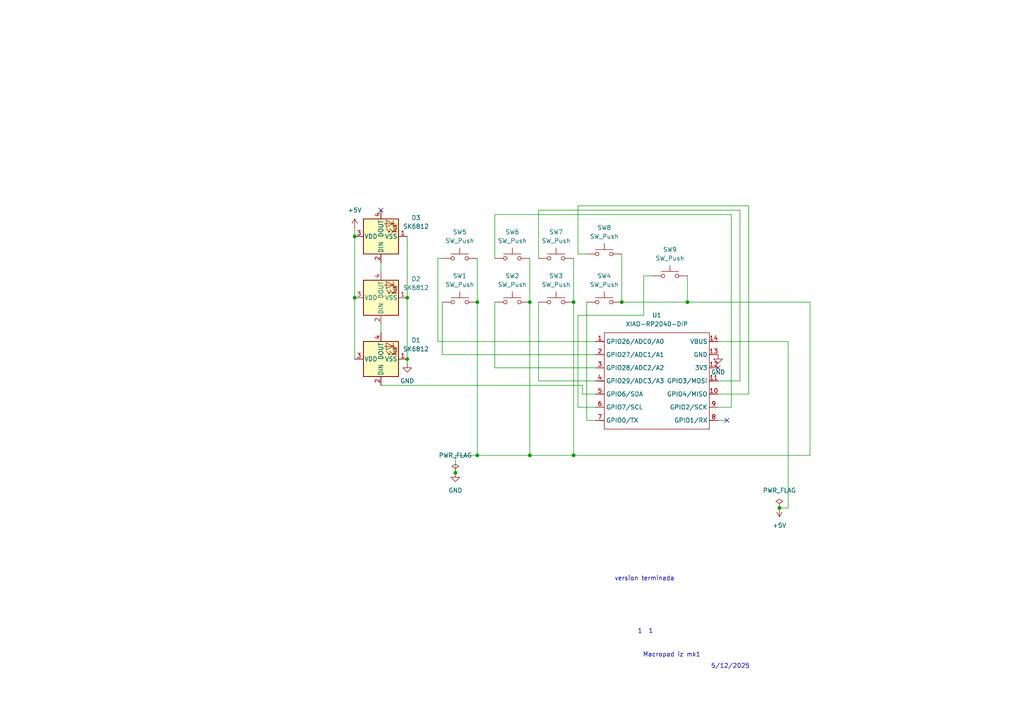
<source format=kicad_sch>
(kicad_sch
	(version 20250114)
	(generator "eeschema")
	(generator_version "9.0")
	(uuid "e1312eb6-c5ae-4607-b65e-eda0c1575716")
	(paper "A4")
	(lib_symbols
		(symbol "LED:SK6812"
			(pin_names
				(offset 0.254)
			)
			(exclude_from_sim no)
			(in_bom yes)
			(on_board yes)
			(property "Reference" "D"
				(at 5.08 5.715 0)
				(effects
					(font
						(size 1.27 1.27)
					)
					(justify right bottom)
				)
			)
			(property "Value" "SK6812"
				(at 1.27 -5.715 0)
				(effects
					(font
						(size 1.27 1.27)
					)
					(justify left top)
				)
			)
			(property "Footprint" "LED_SMD:LED_SK6812_PLCC4_5.0x5.0mm_P3.2mm"
				(at 1.27 -7.62 0)
				(effects
					(font
						(size 1.27 1.27)
					)
					(justify left top)
					(hide yes)
				)
			)
			(property "Datasheet" "https://cdn-shop.adafruit.com/product-files/1138/SK6812+LED+datasheet+.pdf"
				(at 2.54 -9.525 0)
				(effects
					(font
						(size 1.27 1.27)
					)
					(justify left top)
					(hide yes)
				)
			)
			(property "Description" "RGB LED with integrated controller"
				(at 0 0 0)
				(effects
					(font
						(size 1.27 1.27)
					)
					(hide yes)
				)
			)
			(property "ki_keywords" "RGB LED NeoPixel addressable"
				(at 0 0 0)
				(effects
					(font
						(size 1.27 1.27)
					)
					(hide yes)
				)
			)
			(property "ki_fp_filters" "LED*SK6812*PLCC*5.0x5.0mm*P3.2mm*"
				(at 0 0 0)
				(effects
					(font
						(size 1.27 1.27)
					)
					(hide yes)
				)
			)
			(symbol "SK6812_0_0"
				(text "RGB"
					(at 2.286 -4.191 0)
					(effects
						(font
							(size 0.762 0.762)
						)
					)
				)
			)
			(symbol "SK6812_0_1"
				(polyline
					(pts
						(xy 1.27 -2.54) (xy 1.778 -2.54)
					)
					(stroke
						(width 0)
						(type default)
					)
					(fill
						(type none)
					)
				)
				(polyline
					(pts
						(xy 1.27 -3.556) (xy 1.778 -3.556)
					)
					(stroke
						(width 0)
						(type default)
					)
					(fill
						(type none)
					)
				)
				(polyline
					(pts
						(xy 2.286 -1.524) (xy 1.27 -2.54) (xy 1.27 -2.032)
					)
					(stroke
						(width 0)
						(type default)
					)
					(fill
						(type none)
					)
				)
				(polyline
					(pts
						(xy 2.286 -2.54) (xy 1.27 -3.556) (xy 1.27 -3.048)
					)
					(stroke
						(width 0)
						(type default)
					)
					(fill
						(type none)
					)
				)
				(polyline
					(pts
						(xy 3.683 -1.016) (xy 3.683 -3.556) (xy 3.683 -4.064)
					)
					(stroke
						(width 0)
						(type default)
					)
					(fill
						(type none)
					)
				)
				(polyline
					(pts
						(xy 4.699 -1.524) (xy 2.667 -1.524) (xy 3.683 -3.556) (xy 4.699 -1.524)
					)
					(stroke
						(width 0)
						(type default)
					)
					(fill
						(type none)
					)
				)
				(polyline
					(pts
						(xy 4.699 -3.556) (xy 2.667 -3.556)
					)
					(stroke
						(width 0)
						(type default)
					)
					(fill
						(type none)
					)
				)
				(rectangle
					(start 5.08 5.08)
					(end -5.08 -5.08)
					(stroke
						(width 0.254)
						(type default)
					)
					(fill
						(type background)
					)
				)
			)
			(symbol "SK6812_1_1"
				(pin input line
					(at -7.62 0 0)
					(length 2.54)
					(name "DIN"
						(effects
							(font
								(size 1.27 1.27)
							)
						)
					)
					(number "2"
						(effects
							(font
								(size 1.27 1.27)
							)
						)
					)
				)
				(pin power_in line
					(at 0 7.62 270)
					(length 2.54)
					(name "VDD"
						(effects
							(font
								(size 1.27 1.27)
							)
						)
					)
					(number "3"
						(effects
							(font
								(size 1.27 1.27)
							)
						)
					)
				)
				(pin power_in line
					(at 0 -7.62 90)
					(length 2.54)
					(name "VSS"
						(effects
							(font
								(size 1.27 1.27)
							)
						)
					)
					(number "1"
						(effects
							(font
								(size 1.27 1.27)
							)
						)
					)
				)
				(pin output line
					(at 7.62 0 180)
					(length 2.54)
					(name "DOUT"
						(effects
							(font
								(size 1.27 1.27)
							)
						)
					)
					(number "4"
						(effects
							(font
								(size 1.27 1.27)
							)
						)
					)
				)
			)
			(embedded_fonts no)
		)
		(symbol "OPL:XIAO-RP2040-DIP"
			(exclude_from_sim no)
			(in_bom yes)
			(on_board yes)
			(property "Reference" "U"
				(at 0 0 0)
				(effects
					(font
						(size 1.27 1.27)
					)
				)
			)
			(property "Value" "XIAO-RP2040-DIP"
				(at 5.334 -1.778 0)
				(effects
					(font
						(size 1.27 1.27)
					)
				)
			)
			(property "Footprint" "Module:MOUDLE14P-XIAO-DIP-SMD"
				(at 14.478 -32.258 0)
				(effects
					(font
						(size 1.27 1.27)
					)
					(hide yes)
				)
			)
			(property "Datasheet" ""
				(at 0 0 0)
				(effects
					(font
						(size 1.27 1.27)
					)
					(hide yes)
				)
			)
			(property "Description" ""
				(at 0 0 0)
				(effects
					(font
						(size 1.27 1.27)
					)
					(hide yes)
				)
			)
			(symbol "XIAO-RP2040-DIP_1_0"
				(polyline
					(pts
						(xy -1.27 -2.54) (xy 29.21 -2.54)
					)
					(stroke
						(width 0.1524)
						(type solid)
					)
					(fill
						(type none)
					)
				)
				(polyline
					(pts
						(xy -1.27 -5.08) (xy -2.54 -5.08)
					)
					(stroke
						(width 0.1524)
						(type solid)
					)
					(fill
						(type none)
					)
				)
				(polyline
					(pts
						(xy -1.27 -5.08) (xy -1.27 -2.54)
					)
					(stroke
						(width 0.1524)
						(type solid)
					)
					(fill
						(type none)
					)
				)
				(polyline
					(pts
						(xy -1.27 -8.89) (xy -2.54 -8.89)
					)
					(stroke
						(width 0.1524)
						(type solid)
					)
					(fill
						(type none)
					)
				)
				(polyline
					(pts
						(xy -1.27 -8.89) (xy -1.27 -5.08)
					)
					(stroke
						(width 0.1524)
						(type solid)
					)
					(fill
						(type none)
					)
				)
				(polyline
					(pts
						(xy -1.27 -12.7) (xy -2.54 -12.7)
					)
					(stroke
						(width 0.1524)
						(type solid)
					)
					(fill
						(type none)
					)
				)
				(polyline
					(pts
						(xy -1.27 -12.7) (xy -1.27 -8.89)
					)
					(stroke
						(width 0.1524)
						(type solid)
					)
					(fill
						(type none)
					)
				)
				(polyline
					(pts
						(xy -1.27 -16.51) (xy -2.54 -16.51)
					)
					(stroke
						(width 0.1524)
						(type solid)
					)
					(fill
						(type none)
					)
				)
				(polyline
					(pts
						(xy -1.27 -16.51) (xy -1.27 -12.7)
					)
					(stroke
						(width 0.1524)
						(type solid)
					)
					(fill
						(type none)
					)
				)
				(polyline
					(pts
						(xy -1.27 -20.32) (xy -2.54 -20.32)
					)
					(stroke
						(width 0.1524)
						(type solid)
					)
					(fill
						(type none)
					)
				)
				(polyline
					(pts
						(xy -1.27 -24.13) (xy -2.54 -24.13)
					)
					(stroke
						(width 0.1524)
						(type solid)
					)
					(fill
						(type none)
					)
				)
				(polyline
					(pts
						(xy -1.27 -27.94) (xy -2.54 -27.94)
					)
					(stroke
						(width 0.1524)
						(type solid)
					)
					(fill
						(type none)
					)
				)
				(polyline
					(pts
						(xy -1.27 -30.48) (xy -1.27 -16.51)
					)
					(stroke
						(width 0.1524)
						(type solid)
					)
					(fill
						(type none)
					)
				)
				(polyline
					(pts
						(xy 29.21 -2.54) (xy 29.21 -5.08)
					)
					(stroke
						(width 0.1524)
						(type solid)
					)
					(fill
						(type none)
					)
				)
				(polyline
					(pts
						(xy 29.21 -5.08) (xy 29.21 -8.89)
					)
					(stroke
						(width 0.1524)
						(type solid)
					)
					(fill
						(type none)
					)
				)
				(polyline
					(pts
						(xy 29.21 -8.89) (xy 29.21 -12.7)
					)
					(stroke
						(width 0.1524)
						(type solid)
					)
					(fill
						(type none)
					)
				)
				(polyline
					(pts
						(xy 29.21 -12.7) (xy 29.21 -30.48)
					)
					(stroke
						(width 0.1524)
						(type solid)
					)
					(fill
						(type none)
					)
				)
				(polyline
					(pts
						(xy 29.21 -30.48) (xy -1.27 -30.48)
					)
					(stroke
						(width 0.1524)
						(type solid)
					)
					(fill
						(type none)
					)
				)
				(polyline
					(pts
						(xy 30.48 -5.08) (xy 29.21 -5.08)
					)
					(stroke
						(width 0.1524)
						(type solid)
					)
					(fill
						(type none)
					)
				)
				(polyline
					(pts
						(xy 30.48 -8.89) (xy 29.21 -8.89)
					)
					(stroke
						(width 0.1524)
						(type solid)
					)
					(fill
						(type none)
					)
				)
				(polyline
					(pts
						(xy 30.48 -12.7) (xy 29.21 -12.7)
					)
					(stroke
						(width 0.1524)
						(type solid)
					)
					(fill
						(type none)
					)
				)
				(polyline
					(pts
						(xy 30.48 -16.51) (xy 29.21 -16.51)
					)
					(stroke
						(width 0.1524)
						(type solid)
					)
					(fill
						(type none)
					)
				)
				(polyline
					(pts
						(xy 30.48 -20.32) (xy 29.21 -20.32)
					)
					(stroke
						(width 0.1524)
						(type solid)
					)
					(fill
						(type none)
					)
				)
				(polyline
					(pts
						(xy 30.48 -24.13) (xy 29.21 -24.13)
					)
					(stroke
						(width 0.1524)
						(type solid)
					)
					(fill
						(type none)
					)
				)
				(polyline
					(pts
						(xy 30.48 -27.94) (xy 29.21 -27.94)
					)
					(stroke
						(width 0.1524)
						(type solid)
					)
					(fill
						(type none)
					)
				)
				(pin passive line
					(at -3.81 -5.08 0)
					(length 2.54)
					(name "GPIO26/ADC0/A0"
						(effects
							(font
								(size 1.27 1.27)
							)
						)
					)
					(number "1"
						(effects
							(font
								(size 1.27 1.27)
							)
						)
					)
				)
				(pin passive line
					(at -3.81 -8.89 0)
					(length 2.54)
					(name "GPIO27/ADC1/A1"
						(effects
							(font
								(size 1.27 1.27)
							)
						)
					)
					(number "2"
						(effects
							(font
								(size 1.27 1.27)
							)
						)
					)
				)
				(pin passive line
					(at -3.81 -12.7 0)
					(length 2.54)
					(name "GPIO28/ADC2/A2"
						(effects
							(font
								(size 1.27 1.27)
							)
						)
					)
					(number "3"
						(effects
							(font
								(size 1.27 1.27)
							)
						)
					)
				)
				(pin passive line
					(at -3.81 -16.51 0)
					(length 2.54)
					(name "GPIO29/ADC3/A3"
						(effects
							(font
								(size 1.27 1.27)
							)
						)
					)
					(number "4"
						(effects
							(font
								(size 1.27 1.27)
							)
						)
					)
				)
				(pin passive line
					(at -3.81 -20.32 0)
					(length 2.54)
					(name "GPIO6/SDA"
						(effects
							(font
								(size 1.27 1.27)
							)
						)
					)
					(number "5"
						(effects
							(font
								(size 1.27 1.27)
							)
						)
					)
				)
				(pin passive line
					(at -3.81 -24.13 0)
					(length 2.54)
					(name "GPIO7/SCL"
						(effects
							(font
								(size 1.27 1.27)
							)
						)
					)
					(number "6"
						(effects
							(font
								(size 1.27 1.27)
							)
						)
					)
				)
				(pin passive line
					(at -3.81 -27.94 0)
					(length 2.54)
					(name "GPIO0/TX"
						(effects
							(font
								(size 1.27 1.27)
							)
						)
					)
					(number "7"
						(effects
							(font
								(size 1.27 1.27)
							)
						)
					)
				)
				(pin passive line
					(at 31.75 -5.08 180)
					(length 2.54)
					(name "VBUS"
						(effects
							(font
								(size 1.27 1.27)
							)
						)
					)
					(number "14"
						(effects
							(font
								(size 1.27 1.27)
							)
						)
					)
				)
				(pin passive line
					(at 31.75 -8.89 180)
					(length 2.54)
					(name "GND"
						(effects
							(font
								(size 1.27 1.27)
							)
						)
					)
					(number "13"
						(effects
							(font
								(size 1.27 1.27)
							)
						)
					)
				)
				(pin passive line
					(at 31.75 -12.7 180)
					(length 2.54)
					(name "3V3"
						(effects
							(font
								(size 1.27 1.27)
							)
						)
					)
					(number "12"
						(effects
							(font
								(size 1.27 1.27)
							)
						)
					)
				)
				(pin passive line
					(at 31.75 -16.51 180)
					(length 2.54)
					(name "GPIO3/MOSI"
						(effects
							(font
								(size 1.27 1.27)
							)
						)
					)
					(number "11"
						(effects
							(font
								(size 1.27 1.27)
							)
						)
					)
				)
				(pin passive line
					(at 31.75 -20.32 180)
					(length 2.54)
					(name "GPIO4/MISO"
						(effects
							(font
								(size 1.27 1.27)
							)
						)
					)
					(number "10"
						(effects
							(font
								(size 1.27 1.27)
							)
						)
					)
				)
				(pin passive line
					(at 31.75 -24.13 180)
					(length 2.54)
					(name "GPIO2/SCK"
						(effects
							(font
								(size 1.27 1.27)
							)
						)
					)
					(number "9"
						(effects
							(font
								(size 1.27 1.27)
							)
						)
					)
				)
				(pin passive line
					(at 31.75 -27.94 180)
					(length 2.54)
					(name "GPIO1/RX"
						(effects
							(font
								(size 1.27 1.27)
							)
						)
					)
					(number "8"
						(effects
							(font
								(size 1.27 1.27)
							)
						)
					)
				)
			)
			(embedded_fonts no)
		)
		(symbol "Switch:SW_Push"
			(pin_numbers
				(hide yes)
			)
			(pin_names
				(offset 1.016)
				(hide yes)
			)
			(exclude_from_sim no)
			(in_bom yes)
			(on_board yes)
			(property "Reference" "SW"
				(at 1.27 2.54 0)
				(effects
					(font
						(size 1.27 1.27)
					)
					(justify left)
				)
			)
			(property "Value" "SW_Push"
				(at 0 -1.524 0)
				(effects
					(font
						(size 1.27 1.27)
					)
				)
			)
			(property "Footprint" ""
				(at 0 5.08 0)
				(effects
					(font
						(size 1.27 1.27)
					)
					(hide yes)
				)
			)
			(property "Datasheet" "~"
				(at 0 5.08 0)
				(effects
					(font
						(size 1.27 1.27)
					)
					(hide yes)
				)
			)
			(property "Description" "Push button switch, generic, two pins"
				(at 0 0 0)
				(effects
					(font
						(size 1.27 1.27)
					)
					(hide yes)
				)
			)
			(property "ki_keywords" "switch normally-open pushbutton push-button"
				(at 0 0 0)
				(effects
					(font
						(size 1.27 1.27)
					)
					(hide yes)
				)
			)
			(symbol "SW_Push_0_1"
				(circle
					(center -2.032 0)
					(radius 0.508)
					(stroke
						(width 0)
						(type default)
					)
					(fill
						(type none)
					)
				)
				(polyline
					(pts
						(xy 0 1.27) (xy 0 3.048)
					)
					(stroke
						(width 0)
						(type default)
					)
					(fill
						(type none)
					)
				)
				(circle
					(center 2.032 0)
					(radius 0.508)
					(stroke
						(width 0)
						(type default)
					)
					(fill
						(type none)
					)
				)
				(polyline
					(pts
						(xy 2.54 1.27) (xy -2.54 1.27)
					)
					(stroke
						(width 0)
						(type default)
					)
					(fill
						(type none)
					)
				)
				(pin passive line
					(at -5.08 0 0)
					(length 2.54)
					(name "1"
						(effects
							(font
								(size 1.27 1.27)
							)
						)
					)
					(number "1"
						(effects
							(font
								(size 1.27 1.27)
							)
						)
					)
				)
				(pin passive line
					(at 5.08 0 180)
					(length 2.54)
					(name "2"
						(effects
							(font
								(size 1.27 1.27)
							)
						)
					)
					(number "2"
						(effects
							(font
								(size 1.27 1.27)
							)
						)
					)
				)
			)
			(embedded_fonts no)
		)
		(symbol "power:+5V"
			(power)
			(pin_numbers
				(hide yes)
			)
			(pin_names
				(offset 0)
				(hide yes)
			)
			(exclude_from_sim no)
			(in_bom yes)
			(on_board yes)
			(property "Reference" "#PWR"
				(at 0 -3.81 0)
				(effects
					(font
						(size 1.27 1.27)
					)
					(hide yes)
				)
			)
			(property "Value" "+5V"
				(at 0 3.556 0)
				(effects
					(font
						(size 1.27 1.27)
					)
				)
			)
			(property "Footprint" ""
				(at 0 0 0)
				(effects
					(font
						(size 1.27 1.27)
					)
					(hide yes)
				)
			)
			(property "Datasheet" ""
				(at 0 0 0)
				(effects
					(font
						(size 1.27 1.27)
					)
					(hide yes)
				)
			)
			(property "Description" "Power symbol creates a global label with name \"+5V\""
				(at 0 0 0)
				(effects
					(font
						(size 1.27 1.27)
					)
					(hide yes)
				)
			)
			(property "ki_keywords" "global power"
				(at 0 0 0)
				(effects
					(font
						(size 1.27 1.27)
					)
					(hide yes)
				)
			)
			(symbol "+5V_0_1"
				(polyline
					(pts
						(xy -0.762 1.27) (xy 0 2.54)
					)
					(stroke
						(width 0)
						(type default)
					)
					(fill
						(type none)
					)
				)
				(polyline
					(pts
						(xy 0 2.54) (xy 0.762 1.27)
					)
					(stroke
						(width 0)
						(type default)
					)
					(fill
						(type none)
					)
				)
				(polyline
					(pts
						(xy 0 0) (xy 0 2.54)
					)
					(stroke
						(width 0)
						(type default)
					)
					(fill
						(type none)
					)
				)
			)
			(symbol "+5V_1_1"
				(pin power_in line
					(at 0 0 90)
					(length 0)
					(name "~"
						(effects
							(font
								(size 1.27 1.27)
							)
						)
					)
					(number "1"
						(effects
							(font
								(size 1.27 1.27)
							)
						)
					)
				)
			)
			(embedded_fonts no)
		)
		(symbol "power:GND"
			(power)
			(pin_numbers
				(hide yes)
			)
			(pin_names
				(offset 0)
				(hide yes)
			)
			(exclude_from_sim no)
			(in_bom yes)
			(on_board yes)
			(property "Reference" "#PWR"
				(at 0 -6.35 0)
				(effects
					(font
						(size 1.27 1.27)
					)
					(hide yes)
				)
			)
			(property "Value" "GND"
				(at 0 -3.81 0)
				(effects
					(font
						(size 1.27 1.27)
					)
				)
			)
			(property "Footprint" ""
				(at 0 0 0)
				(effects
					(font
						(size 1.27 1.27)
					)
					(hide yes)
				)
			)
			(property "Datasheet" ""
				(at 0 0 0)
				(effects
					(font
						(size 1.27 1.27)
					)
					(hide yes)
				)
			)
			(property "Description" "Power symbol creates a global label with name \"GND\" , ground"
				(at 0 0 0)
				(effects
					(font
						(size 1.27 1.27)
					)
					(hide yes)
				)
			)
			(property "ki_keywords" "global power"
				(at 0 0 0)
				(effects
					(font
						(size 1.27 1.27)
					)
					(hide yes)
				)
			)
			(symbol "GND_0_1"
				(polyline
					(pts
						(xy 0 0) (xy 0 -1.27) (xy 1.27 -1.27) (xy 0 -2.54) (xy -1.27 -1.27) (xy 0 -1.27)
					)
					(stroke
						(width 0)
						(type default)
					)
					(fill
						(type none)
					)
				)
			)
			(symbol "GND_1_1"
				(pin power_in line
					(at 0 0 270)
					(length 0)
					(name "~"
						(effects
							(font
								(size 1.27 1.27)
							)
						)
					)
					(number "1"
						(effects
							(font
								(size 1.27 1.27)
							)
						)
					)
				)
			)
			(embedded_fonts no)
		)
		(symbol "power:PWR_FLAG"
			(power)
			(pin_numbers
				(hide yes)
			)
			(pin_names
				(offset 0)
				(hide yes)
			)
			(exclude_from_sim no)
			(in_bom yes)
			(on_board yes)
			(property "Reference" "#FLG"
				(at 0 1.905 0)
				(effects
					(font
						(size 1.27 1.27)
					)
					(hide yes)
				)
			)
			(property "Value" "PWR_FLAG"
				(at 0 3.81 0)
				(effects
					(font
						(size 1.27 1.27)
					)
				)
			)
			(property "Footprint" ""
				(at 0 0 0)
				(effects
					(font
						(size 1.27 1.27)
					)
					(hide yes)
				)
			)
			(property "Datasheet" "~"
				(at 0 0 0)
				(effects
					(font
						(size 1.27 1.27)
					)
					(hide yes)
				)
			)
			(property "Description" "Special symbol for telling ERC where power comes from"
				(at 0 0 0)
				(effects
					(font
						(size 1.27 1.27)
					)
					(hide yes)
				)
			)
			(property "ki_keywords" "flag power"
				(at 0 0 0)
				(effects
					(font
						(size 1.27 1.27)
					)
					(hide yes)
				)
			)
			(symbol "PWR_FLAG_0_0"
				(pin power_out line
					(at 0 0 90)
					(length 0)
					(name "~"
						(effects
							(font
								(size 1.27 1.27)
							)
						)
					)
					(number "1"
						(effects
							(font
								(size 1.27 1.27)
							)
						)
					)
				)
			)
			(symbol "PWR_FLAG_0_1"
				(polyline
					(pts
						(xy 0 0) (xy 0 1.27) (xy -1.016 1.905) (xy 0 2.54) (xy 1.016 1.905) (xy 0 1.27)
					)
					(stroke
						(width 0)
						(type default)
					)
					(fill
						(type none)
					)
				)
			)
			(embedded_fonts no)
		)
	)
	(text "Macropad iz mk1"
		(exclude_from_sim no)
		(at 194.818 189.992 0)
		(effects
			(font
				(size 1.27 1.27)
			)
		)
		(uuid "3cfff420-3aa1-4ed3-bb0c-86a25774f3ba")
	)
	(text "version terminada"
		(exclude_from_sim no)
		(at 186.944 167.894 0)
		(effects
			(font
				(size 1.27 1.27)
			)
		)
		(uuid "68527b64-339a-4c52-bc05-1af3161b82d3")
	)
	(text "1  1"
		(exclude_from_sim no)
		(at 187.198 183.134 0)
		(effects
			(font
				(size 1.27 1.27)
			)
		)
		(uuid "9175003c-12ca-40df-b9cb-31573cf8b793")
	)
	(text "5/12/2025"
		(exclude_from_sim no)
		(at 211.836 193.294 0)
		(effects
			(font
				(size 1.27 1.27)
			)
		)
		(uuid "fd4753be-95ee-45ca-83c8-049f71255030")
	)
	(junction
		(at 132.08 137.16)
		(diameter 0)
		(color 0 0 0 0)
		(uuid "08715b39-1e83-40c8-90eb-1bef94a914ad")
	)
	(junction
		(at 180.34 87.63)
		(diameter 0)
		(color 0 0 0 0)
		(uuid "2635248c-e9ea-4d28-b046-7b8b3ac12e82")
	)
	(junction
		(at 226.06 147.32)
		(diameter 0)
		(color 0 0 0 0)
		(uuid "26d8034e-a614-4aa7-9cf7-c134eedfc4e7")
	)
	(junction
		(at 118.11 104.14)
		(diameter 0)
		(color 0 0 0 0)
		(uuid "2a210914-da2b-4ddd-ad76-3d1edd0dcdda")
	)
	(junction
		(at 166.37 87.63)
		(diameter 0)
		(color 0 0 0 0)
		(uuid "330e0146-40fb-456b-9927-1608945df450")
	)
	(junction
		(at 102.87 68.58)
		(diameter 0)
		(color 0 0 0 0)
		(uuid "725c1bcf-1f95-4840-b2b6-15c2c624f889")
	)
	(junction
		(at 102.87 86.36)
		(diameter 0)
		(color 0 0 0 0)
		(uuid "8c13b317-ca51-48cc-ba7c-f5ba77f79f4f")
	)
	(junction
		(at 118.11 86.36)
		(diameter 0)
		(color 0 0 0 0)
		(uuid "a6854243-a0ed-45a6-aaf5-5a2c9e495521")
	)
	(junction
		(at 138.43 132.08)
		(diameter 0)
		(color 0 0 0 0)
		(uuid "ad37d4ba-f440-4169-8881-ab4f5d4385ce")
	)
	(junction
		(at 166.37 132.08)
		(diameter 0)
		(color 0 0 0 0)
		(uuid "b8f3bb74-31ad-48d6-befb-5734af0bb714")
	)
	(junction
		(at 153.67 87.63)
		(diameter 0)
		(color 0 0 0 0)
		(uuid "c2472221-ae19-455a-af17-77472fc2ba26")
	)
	(junction
		(at 153.67 132.08)
		(diameter 0)
		(color 0 0 0 0)
		(uuid "e10465a2-548b-4e2a-a7ae-3cf30221ad45")
	)
	(junction
		(at 138.43 87.63)
		(diameter 0)
		(color 0 0 0 0)
		(uuid "ee2c789f-79b4-47ea-9ba2-ef6e6316ca6e")
	)
	(junction
		(at 199.39 87.63)
		(diameter 0)
		(color 0 0 0 0)
		(uuid "f8ab3944-8709-41ca-b71b-c11b94864334")
	)
	(no_connect
		(at 210.82 121.92)
		(uuid "1f1d7dba-3f59-4f6f-b052-54902036e72e")
	)
	(no_connect
		(at 110.49 60.96)
		(uuid "53a75560-e920-4ae6-b2f9-458beda84998")
	)
	(no_connect
		(at 208.28 106.68)
		(uuid "bb92e47f-07c3-4fe0-af51-3552fda67e46")
	)
	(wire
		(pts
			(xy 102.87 66.04) (xy 102.87 68.58)
		)
		(stroke
			(width 0)
			(type default)
		)
		(uuid "0527b8f3-09a1-46da-8e2e-9359e7311310")
	)
	(wire
		(pts
			(xy 167.64 91.44) (xy 167.64 118.11)
		)
		(stroke
			(width 0)
			(type default)
		)
		(uuid "06145614-b1d9-414f-b6a6-00f32340c1f2")
	)
	(wire
		(pts
			(xy 132.08 132.08) (xy 132.08 137.16)
		)
		(stroke
			(width 0)
			(type default)
		)
		(uuid "09718ea7-7b37-45b3-9588-61543647a70a")
	)
	(wire
		(pts
			(xy 189.23 80.01) (xy 186.69 80.01)
		)
		(stroke
			(width 0)
			(type default)
		)
		(uuid "0982a893-df94-4f7e-b717-a75ebfdaee75")
	)
	(wire
		(pts
			(xy 102.87 86.36) (xy 102.87 104.14)
		)
		(stroke
			(width 0)
			(type default)
		)
		(uuid "0e22077e-1f70-4a48-ac06-09ee0de42c3f")
	)
	(wire
		(pts
			(xy 118.11 86.36) (xy 118.11 104.14)
		)
		(stroke
			(width 0)
			(type default)
		)
		(uuid "15971daa-518c-4d5b-babe-e66455a384ab")
	)
	(wire
		(pts
			(xy 143.51 74.93) (xy 143.51 62.23)
		)
		(stroke
			(width 0)
			(type default)
		)
		(uuid "186faed3-d747-44b2-ae0f-c5efd8cc491b")
	)
	(wire
		(pts
			(xy 217.17 114.3) (xy 208.28 114.3)
		)
		(stroke
			(width 0)
			(type default)
		)
		(uuid "1d93cb56-4c32-45df-a93d-5b989acadcb3")
	)
	(wire
		(pts
			(xy 138.43 132.08) (xy 138.43 87.63)
		)
		(stroke
			(width 0)
			(type default)
		)
		(uuid "2b115fa3-86ea-4b34-a356-c9a84e1707de")
	)
	(wire
		(pts
			(xy 102.87 68.58) (xy 102.87 86.36)
		)
		(stroke
			(width 0)
			(type default)
		)
		(uuid "2fd6d195-7749-43bb-bca6-8883dc1f3621")
	)
	(wire
		(pts
			(xy 180.34 87.63) (xy 199.39 87.63)
		)
		(stroke
			(width 0)
			(type default)
		)
		(uuid "36e2c049-563d-44d9-bf9f-3ac97b2e9b8d")
	)
	(wire
		(pts
			(xy 228.6 99.06) (xy 228.6 147.32)
		)
		(stroke
			(width 0)
			(type default)
		)
		(uuid "39c6baa8-0807-4389-aa24-3ff39cd21064")
	)
	(wire
		(pts
			(xy 156.21 60.96) (xy 214.63 60.96)
		)
		(stroke
			(width 0)
			(type default)
		)
		(uuid "3d9dfeb3-9ff8-4035-8699-ecde658671f1")
	)
	(wire
		(pts
			(xy 214.63 60.96) (xy 214.63 110.49)
		)
		(stroke
			(width 0)
			(type default)
		)
		(uuid "4243766a-64e4-4184-9869-7f25e19dac97")
	)
	(wire
		(pts
			(xy 166.37 87.63) (xy 166.37 132.08)
		)
		(stroke
			(width 0)
			(type default)
		)
		(uuid "424b43dd-bf93-4452-a1a7-a732cc612bdd")
	)
	(wire
		(pts
			(xy 156.21 87.63) (xy 156.21 110.49)
		)
		(stroke
			(width 0)
			(type default)
		)
		(uuid "4ae9a943-e619-41b7-b1da-0ebe1673529d")
	)
	(wire
		(pts
			(xy 167.64 59.69) (xy 167.64 73.66)
		)
		(stroke
			(width 0)
			(type default)
		)
		(uuid "4ddf372a-8bc2-4aa3-bf80-25b513ad3118")
	)
	(wire
		(pts
			(xy 208.28 99.06) (xy 228.6 99.06)
		)
		(stroke
			(width 0)
			(type default)
		)
		(uuid "503fec5f-9b98-4f53-aa5f-c822a699facc")
	)
	(wire
		(pts
			(xy 168.91 111.76) (xy 168.91 114.3)
		)
		(stroke
			(width 0)
			(type default)
		)
		(uuid "513d4ae7-0e0c-4db8-8dcf-ee852627ad87")
	)
	(wire
		(pts
			(xy 118.11 68.58) (xy 118.11 86.36)
		)
		(stroke
			(width 0)
			(type default)
		)
		(uuid "54dbfcb0-27d5-43fa-ba3e-813361547de0")
	)
	(wire
		(pts
			(xy 168.91 114.3) (xy 172.72 114.3)
		)
		(stroke
			(width 0)
			(type default)
		)
		(uuid "58181fd6-dcdc-4682-99c8-cdfd491a7549")
	)
	(wire
		(pts
			(xy 132.08 132.08) (xy 138.43 132.08)
		)
		(stroke
			(width 0)
			(type default)
		)
		(uuid "62cec426-9107-40df-a631-157e8b5d1300")
	)
	(wire
		(pts
			(xy 153.67 132.08) (xy 166.37 132.08)
		)
		(stroke
			(width 0)
			(type default)
		)
		(uuid "6772936d-c4ba-472a-9592-8d5525b67122")
	)
	(wire
		(pts
			(xy 212.09 62.23) (xy 212.09 118.11)
		)
		(stroke
			(width 0)
			(type default)
		)
		(uuid "6d5675da-5fda-4208-b09f-0049d41ee73c")
	)
	(wire
		(pts
			(xy 138.43 87.63) (xy 138.43 74.93)
		)
		(stroke
			(width 0)
			(type default)
		)
		(uuid "6dd5d918-9a0a-44d6-a6e7-83a9b59a520e")
	)
	(wire
		(pts
			(xy 118.11 104.14) (xy 118.11 105.41)
		)
		(stroke
			(width 0)
			(type default)
		)
		(uuid "6ea6b5ec-f3a3-4b04-a22c-b51d81807780")
	)
	(wire
		(pts
			(xy 110.49 76.2) (xy 110.49 78.74)
		)
		(stroke
			(width 0)
			(type default)
		)
		(uuid "70e2a0de-54a3-4568-b32f-c9fcb7df1eab")
	)
	(wire
		(pts
			(xy 199.39 87.63) (xy 234.95 87.63)
		)
		(stroke
			(width 0)
			(type default)
		)
		(uuid "71b36d34-a35c-4469-b5d7-d56a6cd4c2b6")
	)
	(wire
		(pts
			(xy 212.09 118.11) (xy 208.28 118.11)
		)
		(stroke
			(width 0)
			(type default)
		)
		(uuid "7440c4ab-7325-4aff-b395-692c8fb1677e")
	)
	(wire
		(pts
			(xy 153.67 87.63) (xy 153.67 132.08)
		)
		(stroke
			(width 0)
			(type default)
		)
		(uuid "76fa7e27-475b-4f2e-a93b-bd26114cffd8")
	)
	(wire
		(pts
			(xy 214.63 110.49) (xy 208.28 110.49)
		)
		(stroke
			(width 0)
			(type default)
		)
		(uuid "7f8ba39a-a536-4d4f-be72-396e8ea70ebe")
	)
	(wire
		(pts
			(xy 167.64 73.66) (xy 170.18 73.66)
		)
		(stroke
			(width 0)
			(type default)
		)
		(uuid "833c5e1a-0c6a-4cc6-8ef6-9fdfdd4800bc")
	)
	(wire
		(pts
			(xy 156.21 74.93) (xy 156.21 60.96)
		)
		(stroke
			(width 0)
			(type default)
		)
		(uuid "843b2f46-0783-4e9a-b239-492022b16661")
	)
	(wire
		(pts
			(xy 156.21 110.49) (xy 172.72 110.49)
		)
		(stroke
			(width 0)
			(type default)
		)
		(uuid "876de126-4067-4000-9e99-17d35a1a0882")
	)
	(wire
		(pts
			(xy 128.27 87.63) (xy 128.27 102.87)
		)
		(stroke
			(width 0)
			(type default)
		)
		(uuid "89edf0c7-2a5d-4db1-b0b4-f1c1285daa4c")
	)
	(wire
		(pts
			(xy 138.43 132.08) (xy 153.67 132.08)
		)
		(stroke
			(width 0)
			(type default)
		)
		(uuid "8ddfaa5b-7147-47cf-afd8-3472cc9be3e1")
	)
	(wire
		(pts
			(xy 166.37 74.93) (xy 166.37 87.63)
		)
		(stroke
			(width 0)
			(type default)
		)
		(uuid "8fe5fee5-e4f5-4659-9820-411c8e5407e6")
	)
	(wire
		(pts
			(xy 127 74.93) (xy 128.27 74.93)
		)
		(stroke
			(width 0)
			(type default)
		)
		(uuid "9040cff7-f1c6-42d4-ab10-feb58c9d8a5a")
	)
	(wire
		(pts
			(xy 199.39 80.01) (xy 199.39 87.63)
		)
		(stroke
			(width 0)
			(type default)
		)
		(uuid "9867652d-50bb-428e-b1dd-17ab770f3bf7")
	)
	(wire
		(pts
			(xy 166.37 132.08) (xy 234.95 132.08)
		)
		(stroke
			(width 0)
			(type default)
		)
		(uuid "9d511968-9d5b-4b95-a46d-d9208fca020b")
	)
	(wire
		(pts
			(xy 110.49 111.76) (xy 168.91 111.76)
		)
		(stroke
			(width 0)
			(type default)
		)
		(uuid "a6685f11-2ed2-4a35-b0be-701559074094")
	)
	(wire
		(pts
			(xy 143.51 62.23) (xy 212.09 62.23)
		)
		(stroke
			(width 0)
			(type default)
		)
		(uuid "aacf5a31-5954-4887-85cd-221f06b3827a")
	)
	(wire
		(pts
			(xy 153.67 74.93) (xy 153.67 87.63)
		)
		(stroke
			(width 0)
			(type default)
		)
		(uuid "ac681c3c-ffcb-4227-bc3f-c3eb7f61cedf")
	)
	(wire
		(pts
			(xy 217.17 59.69) (xy 217.17 114.3)
		)
		(stroke
			(width 0)
			(type default)
		)
		(uuid "ad45b83c-42cc-46c0-b46e-9a834580dc09")
	)
	(wire
		(pts
			(xy 127 99.06) (xy 172.72 99.06)
		)
		(stroke
			(width 0)
			(type default)
		)
		(uuid "b3c13eb9-6218-4ada-9b2e-27a959d58b05")
	)
	(wire
		(pts
			(xy 128.27 102.87) (xy 172.72 102.87)
		)
		(stroke
			(width 0)
			(type default)
		)
		(uuid "b7f19f59-ecd1-47e5-a4e2-acde6534770f")
	)
	(wire
		(pts
			(xy 186.69 80.01) (xy 186.69 91.44)
		)
		(stroke
			(width 0)
			(type default)
		)
		(uuid "b8ed266f-7a8c-4b55-839c-f12a6c75f860")
	)
	(wire
		(pts
			(xy 234.95 132.08) (xy 234.95 87.63)
		)
		(stroke
			(width 0)
			(type default)
		)
		(uuid "b9b3f889-2175-4854-ae2e-88c0b050d78b")
	)
	(wire
		(pts
			(xy 210.82 121.92) (xy 208.28 121.92)
		)
		(stroke
			(width 0)
			(type default)
		)
		(uuid "ba31d1fd-7f02-4d9e-add1-027888b6d378")
	)
	(wire
		(pts
			(xy 143.51 106.68) (xy 172.72 106.68)
		)
		(stroke
			(width 0)
			(type default)
		)
		(uuid "c741a46b-32ef-4fad-ae6b-a20889331d2e")
	)
	(wire
		(pts
			(xy 226.06 147.32) (xy 228.6 147.32)
		)
		(stroke
			(width 0)
			(type default)
		)
		(uuid "c8a96e93-6065-4af3-a943-ed83b4c0d87c")
	)
	(wire
		(pts
			(xy 110.49 93.98) (xy 110.49 96.52)
		)
		(stroke
			(width 0)
			(type default)
		)
		(uuid "c8ab821d-44af-471d-85f6-eec1fe0f6d13")
	)
	(wire
		(pts
			(xy 186.69 91.44) (xy 167.64 91.44)
		)
		(stroke
			(width 0)
			(type default)
		)
		(uuid "cc75e79a-1a12-4edf-9ff3-a6b32db01ebf")
	)
	(wire
		(pts
			(xy 167.64 59.69) (xy 217.17 59.69)
		)
		(stroke
			(width 0)
			(type default)
		)
		(uuid "d2e44167-7d7f-42a2-a128-60fb2c51706d")
	)
	(wire
		(pts
			(xy 170.18 87.63) (xy 170.18 121.92)
		)
		(stroke
			(width 0)
			(type default)
		)
		(uuid "d8d3807f-1634-4680-bbde-1638af921c92")
	)
	(wire
		(pts
			(xy 143.51 87.63) (xy 143.51 106.68)
		)
		(stroke
			(width 0)
			(type default)
		)
		(uuid "e6fb02a3-a83f-4e20-b870-b00112ebaa86")
	)
	(wire
		(pts
			(xy 127 99.06) (xy 127 74.93)
		)
		(stroke
			(width 0)
			(type default)
		)
		(uuid "e717a904-2ad4-432b-bc4c-1f1b6bbc74c7")
	)
	(wire
		(pts
			(xy 167.64 118.11) (xy 172.72 118.11)
		)
		(stroke
			(width 0)
			(type default)
		)
		(uuid "e9403102-a808-4ab8-853c-048cb2d61884")
	)
	(wire
		(pts
			(xy 180.34 87.63) (xy 180.34 73.66)
		)
		(stroke
			(width 0)
			(type default)
		)
		(uuid "f344ef85-9c25-4a72-bbdb-ad4eb7db3755")
	)
	(wire
		(pts
			(xy 170.18 121.92) (xy 172.72 121.92)
		)
		(stroke
			(width 0)
			(type default)
		)
		(uuid "f570bd3d-72f4-40b4-8de5-32db66b01531")
	)
	(symbol
		(lib_id "power:GND")
		(at 132.08 137.16 0)
		(unit 1)
		(exclude_from_sim no)
		(in_bom yes)
		(on_board yes)
		(dnp no)
		(fields_autoplaced yes)
		(uuid "0f009514-3aa8-4565-8b8e-f8b1771be0ea")
		(property "Reference" "#PWR03"
			(at 132.08 143.51 0)
			(effects
				(font
					(size 1.27 1.27)
				)
				(hide yes)
			)
		)
		(property "Value" "GND"
			(at 132.08 142.24 0)
			(effects
				(font
					(size 1.27 1.27)
				)
			)
		)
		(property "Footprint" ""
			(at 132.08 137.16 0)
			(effects
				(font
					(size 1.27 1.27)
				)
				(hide yes)
			)
		)
		(property "Datasheet" ""
			(at 132.08 137.16 0)
			(effects
				(font
					(size 1.27 1.27)
				)
				(hide yes)
			)
		)
		(property "Description" "Power symbol creates a global label with name \"GND\" , ground"
			(at 132.08 137.16 0)
			(effects
				(font
					(size 1.27 1.27)
				)
				(hide yes)
			)
		)
		(pin "1"
			(uuid "23211b0f-5d54-4b9b-ba11-d7ab04062e62")
		)
		(instances
			(project ""
				(path "/e1312eb6-c5ae-4607-b65e-eda0c1575716"
					(reference "#PWR03")
					(unit 1)
				)
			)
		)
	)
	(symbol
		(lib_id "Switch:SW_Push")
		(at 133.35 74.93 0)
		(unit 1)
		(exclude_from_sim no)
		(in_bom yes)
		(on_board yes)
		(dnp no)
		(fields_autoplaced yes)
		(uuid "12966f35-d510-4739-b9c2-10af25a6210a")
		(property "Reference" "SW5"
			(at 133.35 67.31 0)
			(effects
				(font
					(size 1.27 1.27)
				)
			)
		)
		(property "Value" "SW_Push"
			(at 133.35 69.85 0)
			(effects
				(font
					(size 1.27 1.27)
				)
			)
		)
		(property "Footprint" "Button_Switch_Keyboard:SW_Cherry_MX_1.00u_PCB"
			(at 133.35 69.85 0)
			(effects
				(font
					(size 1.27 1.27)
				)
				(hide yes)
			)
		)
		(property "Datasheet" "~"
			(at 133.35 69.85 0)
			(effects
				(font
					(size 1.27 1.27)
				)
				(hide yes)
			)
		)
		(property "Description" "Push button switch, generic, two pins"
			(at 133.35 74.93 0)
			(effects
				(font
					(size 1.27 1.27)
				)
				(hide yes)
			)
		)
		(pin "2"
			(uuid "a9e28812-559a-49f2-b3ac-8f4777c2bf1d")
		)
		(pin "1"
			(uuid "ea43897d-0e0c-4579-bb13-dacf3633315d")
		)
		(instances
			(project ""
				(path "/e1312eb6-c5ae-4607-b65e-eda0c1575716"
					(reference "SW5")
					(unit 1)
				)
			)
		)
	)
	(symbol
		(lib_id "Switch:SW_Push")
		(at 161.29 87.63 0)
		(unit 1)
		(exclude_from_sim no)
		(in_bom yes)
		(on_board yes)
		(dnp no)
		(fields_autoplaced yes)
		(uuid "4aa65e0f-c247-4d4a-99a8-a77ab5ba6c31")
		(property "Reference" "SW3"
			(at 161.29 80.01 0)
			(effects
				(font
					(size 1.27 1.27)
				)
			)
		)
		(property "Value" "SW_Push"
			(at 161.29 82.55 0)
			(effects
				(font
					(size 1.27 1.27)
				)
			)
		)
		(property "Footprint" "Button_Switch_Keyboard:SW_Cherry_MX_1.00u_PCB"
			(at 161.29 82.55 0)
			(effects
				(font
					(size 1.27 1.27)
				)
				(hide yes)
			)
		)
		(property "Datasheet" "~"
			(at 161.29 82.55 0)
			(effects
				(font
					(size 1.27 1.27)
				)
				(hide yes)
			)
		)
		(property "Description" "Push button switch, generic, two pins"
			(at 161.29 87.63 0)
			(effects
				(font
					(size 1.27 1.27)
				)
				(hide yes)
			)
		)
		(pin "2"
			(uuid "5cf14e31-b995-4acd-bcc8-124682bbb359")
		)
		(pin "1"
			(uuid "1eee2ce3-48c3-4455-aec2-f76d93241856")
		)
		(instances
			(project ""
				(path "/e1312eb6-c5ae-4607-b65e-eda0c1575716"
					(reference "SW3")
					(unit 1)
				)
			)
		)
	)
	(symbol
		(lib_id "power:PWR_FLAG")
		(at 132.08 137.16 0)
		(unit 1)
		(exclude_from_sim no)
		(in_bom yes)
		(on_board yes)
		(dnp no)
		(uuid "55f4dfad-e9b5-4197-998e-9044e0dd3f37")
		(property "Reference" "#FLG02"
			(at 132.08 135.255 0)
			(effects
				(font
					(size 1.27 1.27)
				)
				(hide yes)
			)
		)
		(property "Value" "PWR_FLAG"
			(at 132.08 132.08 0)
			(effects
				(font
					(size 1.27 1.27)
				)
			)
		)
		(property "Footprint" ""
			(at 132.08 137.16 0)
			(effects
				(font
					(size 1.27 1.27)
				)
				(hide yes)
			)
		)
		(property "Datasheet" "~"
			(at 132.08 137.16 0)
			(effects
				(font
					(size 1.27 1.27)
				)
				(hide yes)
			)
		)
		(property "Description" "Special symbol for telling ERC where power comes from"
			(at 132.08 137.16 0)
			(effects
				(font
					(size 1.27 1.27)
				)
				(hide yes)
			)
		)
		(pin "1"
			(uuid "5efa097c-3de7-4001-b917-282da0ca5fc7")
		)
		(instances
			(project ""
				(path "/e1312eb6-c5ae-4607-b65e-eda0c1575716"
					(reference "#FLG02")
					(unit 1)
				)
			)
		)
	)
	(symbol
		(lib_id "LED:SK6812")
		(at 110.49 68.58 90)
		(unit 1)
		(exclude_from_sim no)
		(in_bom yes)
		(on_board yes)
		(dnp no)
		(fields_autoplaced yes)
		(uuid "593b73a2-fa87-4e84-9698-62fc48835241")
		(property "Reference" "D3"
			(at 120.65 63.1346 90)
			(effects
				(font
					(size 1.27 1.27)
				)
			)
		)
		(property "Value" "SK6812"
			(at 120.65 65.6746 90)
			(effects
				(font
					(size 1.27 1.27)
				)
			)
		)
		(property "Footprint" "LED_SMD:LED_SK6812_PLCC4_5.0x5.0mm_P3.2mm"
			(at 118.11 67.31 0)
			(effects
				(font
					(size 1.27 1.27)
				)
				(justify left top)
				(hide yes)
			)
		)
		(property "Datasheet" "https://cdn-shop.adafruit.com/product-files/1138/SK6812+LED+datasheet+.pdf"
			(at 120.015 66.04 0)
			(effects
				(font
					(size 1.27 1.27)
				)
				(justify left top)
				(hide yes)
			)
		)
		(property "Description" "RGB LED with integrated controller"
			(at 110.49 68.58 0)
			(effects
				(font
					(size 1.27 1.27)
				)
				(hide yes)
			)
		)
		(pin "3"
			(uuid "7e044ef7-9af3-4412-96c1-a8f7f8d97568")
		)
		(pin "2"
			(uuid "68eb42ad-0bf4-42bd-87eb-2179c59b479a")
		)
		(pin "1"
			(uuid "4f658b1f-437d-4a10-bcdd-ca65baa3746a")
		)
		(pin "4"
			(uuid "5dcfe2da-777f-4682-8dc0-e8d66732b100")
		)
		(instances
			(project ""
				(path "/e1312eb6-c5ae-4607-b65e-eda0c1575716"
					(reference "D3")
					(unit 1)
				)
			)
		)
	)
	(symbol
		(lib_id "Switch:SW_Push")
		(at 148.59 74.93 0)
		(unit 1)
		(exclude_from_sim no)
		(in_bom yes)
		(on_board yes)
		(dnp no)
		(fields_autoplaced yes)
		(uuid "5c13830b-802f-489d-b6b7-43efdaebd152")
		(property "Reference" "SW6"
			(at 148.59 67.31 0)
			(effects
				(font
					(size 1.27 1.27)
				)
			)
		)
		(property "Value" "SW_Push"
			(at 148.59 69.85 0)
			(effects
				(font
					(size 1.27 1.27)
				)
			)
		)
		(property "Footprint" "Button_Switch_Keyboard:SW_Cherry_MX_1.00u_PCB"
			(at 148.59 69.85 0)
			(effects
				(font
					(size 1.27 1.27)
				)
				(hide yes)
			)
		)
		(property "Datasheet" "~"
			(at 148.59 69.85 0)
			(effects
				(font
					(size 1.27 1.27)
				)
				(hide yes)
			)
		)
		(property "Description" "Push button switch, generic, two pins"
			(at 148.59 74.93 0)
			(effects
				(font
					(size 1.27 1.27)
				)
				(hide yes)
			)
		)
		(pin "1"
			(uuid "7a1f6eda-39ae-469c-b41b-961b92ea3bf6")
		)
		(pin "2"
			(uuid "c6ef3dd0-9083-4741-afac-55cc97ae03b0")
		)
		(instances
			(project ""
				(path "/e1312eb6-c5ae-4607-b65e-eda0c1575716"
					(reference "SW6")
					(unit 1)
				)
			)
		)
	)
	(symbol
		(lib_id "power:PWR_FLAG")
		(at 226.06 147.32 0)
		(unit 1)
		(exclude_from_sim no)
		(in_bom yes)
		(on_board yes)
		(dnp no)
		(fields_autoplaced yes)
		(uuid "6915bb36-ac1e-44e8-b3f6-2bd078773da6")
		(property "Reference" "#FLG01"
			(at 226.06 145.415 0)
			(effects
				(font
					(size 1.27 1.27)
				)
				(hide yes)
			)
		)
		(property "Value" "PWR_FLAG"
			(at 226.06 142.24 0)
			(effects
				(font
					(size 1.27 1.27)
				)
			)
		)
		(property "Footprint" ""
			(at 226.06 147.32 0)
			(effects
				(font
					(size 1.27 1.27)
				)
				(hide yes)
			)
		)
		(property "Datasheet" "~"
			(at 226.06 147.32 0)
			(effects
				(font
					(size 1.27 1.27)
				)
				(hide yes)
			)
		)
		(property "Description" "Special symbol for telling ERC where power comes from"
			(at 226.06 147.32 0)
			(effects
				(font
					(size 1.27 1.27)
				)
				(hide yes)
			)
		)
		(pin "1"
			(uuid "7f10056b-19c6-40bc-b63e-dd98ecfd11d2")
		)
		(instances
			(project ""
				(path "/e1312eb6-c5ae-4607-b65e-eda0c1575716"
					(reference "#FLG01")
					(unit 1)
				)
			)
		)
	)
	(symbol
		(lib_id "Switch:SW_Push")
		(at 175.26 73.66 0)
		(unit 1)
		(exclude_from_sim no)
		(in_bom yes)
		(on_board yes)
		(dnp no)
		(uuid "6b3c45c7-79f3-4852-8e56-6fb2076f7662")
		(property "Reference" "SW8"
			(at 175.26 66.04 0)
			(effects
				(font
					(size 1.27 1.27)
				)
			)
		)
		(property "Value" "SW_Push"
			(at 175.26 68.58 0)
			(effects
				(font
					(size 1.27 1.27)
				)
			)
		)
		(property "Footprint" "Button_Switch_Keyboard:SW_Cherry_MX_1.00u_PCB"
			(at 175.26 68.58 0)
			(effects
				(font
					(size 1.27 1.27)
				)
				(hide yes)
			)
		)
		(property "Datasheet" "~"
			(at 175.26 68.58 0)
			(effects
				(font
					(size 1.27 1.27)
				)
				(hide yes)
			)
		)
		(property "Description" "Push button switch, generic, two pins"
			(at 175.26 73.66 0)
			(effects
				(font
					(size 1.27 1.27)
				)
				(hide yes)
			)
		)
		(pin "1"
			(uuid "f5ea2eed-5b2a-4cb3-afac-314c337ab990")
		)
		(pin "2"
			(uuid "c689073c-5569-41d0-936c-a2e252670106")
		)
		(instances
			(project ""
				(path "/e1312eb6-c5ae-4607-b65e-eda0c1575716"
					(reference "SW8")
					(unit 1)
				)
			)
		)
	)
	(symbol
		(lib_id "Switch:SW_Push")
		(at 148.59 87.63 0)
		(unit 1)
		(exclude_from_sim no)
		(in_bom yes)
		(on_board yes)
		(dnp no)
		(fields_autoplaced yes)
		(uuid "7e9b0c44-e087-4c0d-b424-f80115748042")
		(property "Reference" "SW2"
			(at 148.59 80.01 0)
			(effects
				(font
					(size 1.27 1.27)
				)
			)
		)
		(property "Value" "SW_Push"
			(at 148.59 82.55 0)
			(effects
				(font
					(size 1.27 1.27)
				)
			)
		)
		(property "Footprint" "Button_Switch_Keyboard:SW_Cherry_MX_1.00u_PCB"
			(at 148.59 82.55 0)
			(effects
				(font
					(size 1.27 1.27)
				)
				(hide yes)
			)
		)
		(property "Datasheet" "~"
			(at 148.59 82.55 0)
			(effects
				(font
					(size 1.27 1.27)
				)
				(hide yes)
			)
		)
		(property "Description" "Push button switch, generic, two pins"
			(at 148.59 87.63 0)
			(effects
				(font
					(size 1.27 1.27)
				)
				(hide yes)
			)
		)
		(pin "2"
			(uuid "eecf4cf4-1893-4255-8916-6f084f858c09")
		)
		(pin "1"
			(uuid "2ba842e2-8b3d-4617-ac6c-2fe8d737e3df")
		)
		(instances
			(project ""
				(path "/e1312eb6-c5ae-4607-b65e-eda0c1575716"
					(reference "SW2")
					(unit 1)
				)
			)
		)
	)
	(symbol
		(lib_id "LED:SK6812")
		(at 110.49 104.14 90)
		(unit 1)
		(exclude_from_sim no)
		(in_bom yes)
		(on_board yes)
		(dnp no)
		(fields_autoplaced yes)
		(uuid "819a180e-d812-439a-88bf-d007035d5871")
		(property "Reference" "D1"
			(at 120.65 98.6946 90)
			(effects
				(font
					(size 1.27 1.27)
				)
			)
		)
		(property "Value" "SK6812"
			(at 120.65 101.2346 90)
			(effects
				(font
					(size 1.27 1.27)
				)
			)
		)
		(property "Footprint" "LED_SMD:LED_SK6812_PLCC4_5.0x5.0mm_P3.2mm"
			(at 118.11 102.87 0)
			(effects
				(font
					(size 1.27 1.27)
				)
				(justify left top)
				(hide yes)
			)
		)
		(property "Datasheet" "https://cdn-shop.adafruit.com/product-files/1138/SK6812+LED+datasheet+.pdf"
			(at 120.015 101.6 0)
			(effects
				(font
					(size 1.27 1.27)
				)
				(justify left top)
				(hide yes)
			)
		)
		(property "Description" "RGB LED with integrated controller"
			(at 110.49 104.14 0)
			(effects
				(font
					(size 1.27 1.27)
				)
				(hide yes)
			)
		)
		(pin "2"
			(uuid "251085d4-add5-46c0-8128-ecc4ca00249b")
		)
		(pin "1"
			(uuid "7e1b1192-1388-4f11-9d48-8bb602db1bf6")
		)
		(pin "4"
			(uuid "7a7a763e-afd5-4eed-9ded-cd5104846d12")
		)
		(pin "3"
			(uuid "99369167-5a7f-403e-bcd9-f9c65a1b90c7")
		)
		(instances
			(project ""
				(path "/e1312eb6-c5ae-4607-b65e-eda0c1575716"
					(reference "D1")
					(unit 1)
				)
			)
		)
	)
	(symbol
		(lib_id "OPL:XIAO-RP2040-DIP")
		(at 176.53 93.98 0)
		(unit 1)
		(exclude_from_sim no)
		(in_bom yes)
		(on_board yes)
		(dnp no)
		(fields_autoplaced yes)
		(uuid "87dbddf5-d585-495a-9f6c-b6d29e49309d")
		(property "Reference" "U1"
			(at 190.5 91.44 0)
			(effects
				(font
					(size 1.27 1.27)
				)
			)
		)
		(property "Value" "XIAO-RP2040-DIP"
			(at 190.5 93.98 0)
			(effects
				(font
					(size 1.27 1.27)
				)
			)
		)
		(property "Footprint" "OPL:XIAO-RP2040-DIP"
			(at 191.008 126.238 0)
			(effects
				(font
					(size 1.27 1.27)
				)
				(hide yes)
			)
		)
		(property "Datasheet" ""
			(at 176.53 93.98 0)
			(effects
				(font
					(size 1.27 1.27)
				)
				(hide yes)
			)
		)
		(property "Description" ""
			(at 176.53 93.98 0)
			(effects
				(font
					(size 1.27 1.27)
				)
				(hide yes)
			)
		)
		(pin "12"
			(uuid "98fce529-7672-4059-841b-b9d0b9900c96")
		)
		(pin "8"
			(uuid "f26b62e2-7b6b-426c-be21-5d0c32043ed9")
		)
		(pin "1"
			(uuid "5683d5ca-05c6-41a6-b121-4413ea4dfd0e")
		)
		(pin "5"
			(uuid "01601050-ce46-4837-af29-ba364329b1f5")
		)
		(pin "2"
			(uuid "d83f8ff2-4b9c-49c9-8378-933a8df5e56e")
		)
		(pin "7"
			(uuid "a1c9424b-2c90-4330-9326-070a25ae31e7")
		)
		(pin "6"
			(uuid "e02a99e2-591f-4eea-aadc-b4808837903a")
		)
		(pin "14"
			(uuid "1ec42c7c-74ad-47aa-b33d-db52f369a11c")
		)
		(pin "4"
			(uuid "a53b5904-15bd-401c-850b-98273d314342")
		)
		(pin "13"
			(uuid "b7b44a74-ab83-4453-843f-c69d045bee10")
		)
		(pin "3"
			(uuid "d7b76c31-1a30-4e09-8692-d1c75b951565")
		)
		(pin "11"
			(uuid "ecc5c4f5-bcd7-4f93-b77c-51f41b906c98")
		)
		(pin "10"
			(uuid "cdb2edbf-5fe3-4038-a179-cd27c6fd6306")
		)
		(pin "9"
			(uuid "945db5ff-39fa-4d61-99e8-2a551fe1b8b3")
		)
		(instances
			(project ""
				(path "/e1312eb6-c5ae-4607-b65e-eda0c1575716"
					(reference "U1")
					(unit 1)
				)
			)
		)
	)
	(symbol
		(lib_id "LED:SK6812")
		(at 110.49 86.36 90)
		(unit 1)
		(exclude_from_sim no)
		(in_bom yes)
		(on_board yes)
		(dnp no)
		(fields_autoplaced yes)
		(uuid "93c2147d-08a7-44a6-97b8-2cb737f0affd")
		(property "Reference" "D2"
			(at 120.65 80.9146 90)
			(effects
				(font
					(size 1.27 1.27)
				)
			)
		)
		(property "Value" "SK6812"
			(at 120.65 83.4546 90)
			(effects
				(font
					(size 1.27 1.27)
				)
			)
		)
		(property "Footprint" "LED_SMD:LED_SK6812_PLCC4_5.0x5.0mm_P3.2mm"
			(at 118.11 85.09 0)
			(effects
				(font
					(size 1.27 1.27)
				)
				(justify left top)
				(hide yes)
			)
		)
		(property "Datasheet" "https://cdn-shop.adafruit.com/product-files/1138/SK6812+LED+datasheet+.pdf"
			(at 120.015 83.82 0)
			(effects
				(font
					(size 1.27 1.27)
				)
				(justify left top)
				(hide yes)
			)
		)
		(property "Description" "RGB LED with integrated controller"
			(at 110.49 86.36 0)
			(effects
				(font
					(size 1.27 1.27)
				)
				(hide yes)
			)
		)
		(pin "2"
			(uuid "61b74e16-8b2d-4bb9-8274-cc9161cf73bf")
		)
		(pin "3"
			(uuid "570524dc-db9a-4be4-8de9-bafd1cbc3294")
		)
		(pin "1"
			(uuid "78d0d4a6-2114-4f76-aa59-69b3dc507020")
		)
		(pin "4"
			(uuid "4d470cdd-de4d-477e-abe8-5055e6fec56c")
		)
		(instances
			(project ""
				(path "/e1312eb6-c5ae-4607-b65e-eda0c1575716"
					(reference "D2")
					(unit 1)
				)
			)
		)
	)
	(symbol
		(lib_id "Switch:SW_Push")
		(at 175.26 87.63 0)
		(unit 1)
		(exclude_from_sim no)
		(in_bom yes)
		(on_board yes)
		(dnp no)
		(fields_autoplaced yes)
		(uuid "a0f2c0f8-5da2-46f8-8ae0-ec2864d9b690")
		(property "Reference" "SW4"
			(at 175.26 80.01 0)
			(effects
				(font
					(size 1.27 1.27)
				)
			)
		)
		(property "Value" "SW_Push"
			(at 175.26 82.55 0)
			(effects
				(font
					(size 1.27 1.27)
				)
			)
		)
		(property "Footprint" "Button_Switch_Keyboard:SW_Cherry_MX_1.00u_PCB"
			(at 175.26 82.55 0)
			(effects
				(font
					(size 1.27 1.27)
				)
				(hide yes)
			)
		)
		(property "Datasheet" "~"
			(at 175.26 82.55 0)
			(effects
				(font
					(size 1.27 1.27)
				)
				(hide yes)
			)
		)
		(property "Description" "Push button switch, generic, two pins"
			(at 175.26 87.63 0)
			(effects
				(font
					(size 1.27 1.27)
				)
				(hide yes)
			)
		)
		(pin "1"
			(uuid "709b8aac-df7a-4fbe-88d3-c0bf14c2fef6")
		)
		(pin "2"
			(uuid "63b96802-3daf-46aa-adda-17251995ea2e")
		)
		(instances
			(project ""
				(path "/e1312eb6-c5ae-4607-b65e-eda0c1575716"
					(reference "SW4")
					(unit 1)
				)
			)
		)
	)
	(symbol
		(lib_id "power:GND")
		(at 118.11 105.41 0)
		(unit 1)
		(exclude_from_sim no)
		(in_bom yes)
		(on_board yes)
		(dnp no)
		(fields_autoplaced yes)
		(uuid "a5665155-766b-45da-8c9c-b30718c8ba3c")
		(property "Reference" "#PWR01"
			(at 118.11 111.76 0)
			(effects
				(font
					(size 1.27 1.27)
				)
				(hide yes)
			)
		)
		(property "Value" "GND"
			(at 118.11 110.49 0)
			(effects
				(font
					(size 1.27 1.27)
				)
			)
		)
		(property "Footprint" ""
			(at 118.11 105.41 0)
			(effects
				(font
					(size 1.27 1.27)
				)
				(hide yes)
			)
		)
		(property "Datasheet" ""
			(at 118.11 105.41 0)
			(effects
				(font
					(size 1.27 1.27)
				)
				(hide yes)
			)
		)
		(property "Description" "Power symbol creates a global label with name \"GND\" , ground"
			(at 118.11 105.41 0)
			(effects
				(font
					(size 1.27 1.27)
				)
				(hide yes)
			)
		)
		(pin "1"
			(uuid "7f672c47-8ae6-480e-8360-1eb4f6ec0ab3")
		)
		(instances
			(project ""
				(path "/e1312eb6-c5ae-4607-b65e-eda0c1575716"
					(reference "#PWR01")
					(unit 1)
				)
			)
		)
	)
	(symbol
		(lib_id "Switch:SW_Push")
		(at 161.29 74.93 0)
		(unit 1)
		(exclude_from_sim no)
		(in_bom yes)
		(on_board yes)
		(dnp no)
		(fields_autoplaced yes)
		(uuid "aa105e68-bed5-4540-8554-bb441fabceca")
		(property "Reference" "SW7"
			(at 161.29 67.31 0)
			(effects
				(font
					(size 1.27 1.27)
				)
			)
		)
		(property "Value" "SW_Push"
			(at 161.29 69.85 0)
			(effects
				(font
					(size 1.27 1.27)
				)
			)
		)
		(property "Footprint" "Button_Switch_Keyboard:SW_Cherry_MX_1.00u_PCB"
			(at 161.29 69.85 0)
			(effects
				(font
					(size 1.27 1.27)
				)
				(hide yes)
			)
		)
		(property "Datasheet" "~"
			(at 161.29 69.85 0)
			(effects
				(font
					(size 1.27 1.27)
				)
				(hide yes)
			)
		)
		(property "Description" "Push button switch, generic, two pins"
			(at 161.29 74.93 0)
			(effects
				(font
					(size 1.27 1.27)
				)
				(hide yes)
			)
		)
		(pin "2"
			(uuid "1e57d7c1-8988-4104-bc13-3d143cd05a6b")
		)
		(pin "1"
			(uuid "6f3f4a8e-7cee-4f40-9b1c-acde8fa2ef21")
		)
		(instances
			(project ""
				(path "/e1312eb6-c5ae-4607-b65e-eda0c1575716"
					(reference "SW7")
					(unit 1)
				)
			)
		)
	)
	(symbol
		(lib_id "power:+5V")
		(at 226.06 147.32 180)
		(unit 1)
		(exclude_from_sim no)
		(in_bom yes)
		(on_board yes)
		(dnp no)
		(uuid "b7e4c5d8-d3b8-4c7c-8025-496871faab59")
		(property "Reference" "#PWR02"
			(at 226.06 143.51 0)
			(effects
				(font
					(size 1.27 1.27)
				)
				(hide yes)
			)
		)
		(property "Value" "+5V"
			(at 226.06 152.4 0)
			(effects
				(font
					(size 1.27 1.27)
				)
			)
		)
		(property "Footprint" ""
			(at 226.06 147.32 0)
			(effects
				(font
					(size 1.27 1.27)
				)
				(hide yes)
			)
		)
		(property "Datasheet" ""
			(at 226.06 147.32 0)
			(effects
				(font
					(size 1.27 1.27)
				)
				(hide yes)
			)
		)
		(property "Description" "Power symbol creates a global label with name \"+5V\""
			(at 226.06 147.32 0)
			(effects
				(font
					(size 1.27 1.27)
				)
				(hide yes)
			)
		)
		(pin "1"
			(uuid "7c398826-dd65-407f-ad1c-643e26113701")
		)
		(instances
			(project ""
				(path "/e1312eb6-c5ae-4607-b65e-eda0c1575716"
					(reference "#PWR02")
					(unit 1)
				)
			)
		)
	)
	(symbol
		(lib_id "power:+5V")
		(at 102.87 66.04 0)
		(unit 1)
		(exclude_from_sim no)
		(in_bom yes)
		(on_board yes)
		(dnp no)
		(uuid "c50eed13-d6a3-4f37-b065-6c2ba32a0a74")
		(property "Reference" "#PWR04"
			(at 102.87 69.85 0)
			(effects
				(font
					(size 1.27 1.27)
				)
				(hide yes)
			)
		)
		(property "Value" "+5V"
			(at 102.87 60.96 0)
			(effects
				(font
					(size 1.27 1.27)
				)
			)
		)
		(property "Footprint" ""
			(at 102.87 66.04 0)
			(effects
				(font
					(size 1.27 1.27)
				)
				(hide yes)
			)
		)
		(property "Datasheet" ""
			(at 102.87 66.04 0)
			(effects
				(font
					(size 1.27 1.27)
				)
				(hide yes)
			)
		)
		(property "Description" "Power symbol creates a global label with name \"+5V\""
			(at 102.87 66.04 0)
			(effects
				(font
					(size 1.27 1.27)
				)
				(hide yes)
			)
		)
		(pin "1"
			(uuid "5129c739-994b-4417-a500-f924774750fe")
		)
		(instances
			(project ""
				(path "/e1312eb6-c5ae-4607-b65e-eda0c1575716"
					(reference "#PWR04")
					(unit 1)
				)
			)
		)
	)
	(symbol
		(lib_id "power:GND")
		(at 208.28 102.87 0)
		(unit 1)
		(exclude_from_sim no)
		(in_bom yes)
		(on_board yes)
		(dnp no)
		(fields_autoplaced yes)
		(uuid "c7b56870-f249-45ed-89d3-f4d06d4cc0e4")
		(property "Reference" "#PWR05"
			(at 208.28 109.22 0)
			(effects
				(font
					(size 1.27 1.27)
				)
				(hide yes)
			)
		)
		(property "Value" "GND"
			(at 208.28 107.95 0)
			(effects
				(font
					(size 1.27 1.27)
				)
			)
		)
		(property "Footprint" ""
			(at 208.28 102.87 0)
			(effects
				(font
					(size 1.27 1.27)
				)
				(hide yes)
			)
		)
		(property "Datasheet" ""
			(at 208.28 102.87 0)
			(effects
				(font
					(size 1.27 1.27)
				)
				(hide yes)
			)
		)
		(property "Description" "Power symbol creates a global label with name \"GND\" , ground"
			(at 208.28 102.87 0)
			(effects
				(font
					(size 1.27 1.27)
				)
				(hide yes)
			)
		)
		(pin "1"
			(uuid "4536972c-829c-4554-af30-c70fac9a51ec")
		)
		(instances
			(project ""
				(path "/e1312eb6-c5ae-4607-b65e-eda0c1575716"
					(reference "#PWR05")
					(unit 1)
				)
			)
		)
	)
	(symbol
		(lib_id "Switch:SW_Push")
		(at 194.31 80.01 0)
		(unit 1)
		(exclude_from_sim no)
		(in_bom yes)
		(on_board yes)
		(dnp no)
		(uuid "c9b1a59d-a0f9-456b-8120-38cb4603f258")
		(property "Reference" "SW9"
			(at 194.31 72.39 0)
			(effects
				(font
					(size 1.27 1.27)
				)
			)
		)
		(property "Value" "SW_Push"
			(at 194.31 74.93 0)
			(effects
				(font
					(size 1.27 1.27)
				)
			)
		)
		(property "Footprint" "Button_Switch_Keyboard:SW_Cherry_MX_1.00u_PCB"
			(at 194.31 74.93 0)
			(effects
				(font
					(size 1.27 1.27)
				)
				(hide yes)
			)
		)
		(property "Datasheet" "~"
			(at 194.31 74.93 0)
			(effects
				(font
					(size 1.27 1.27)
				)
				(hide yes)
			)
		)
		(property "Description" "Push button switch, generic, two pins"
			(at 194.31 80.01 0)
			(effects
				(font
					(size 1.27 1.27)
				)
				(hide yes)
			)
		)
		(pin "2"
			(uuid "c97d8f48-ced5-4496-918b-2dbe15477af1")
		)
		(pin "1"
			(uuid "b7267cd0-36df-4ba8-a7d6-6419ff0a177c")
		)
		(instances
			(project ""
				(path "/e1312eb6-c5ae-4607-b65e-eda0c1575716"
					(reference "SW9")
					(unit 1)
				)
			)
		)
	)
	(symbol
		(lib_id "Switch:SW_Push")
		(at 133.35 87.63 0)
		(unit 1)
		(exclude_from_sim no)
		(in_bom yes)
		(on_board yes)
		(dnp no)
		(fields_autoplaced yes)
		(uuid "def93936-2a3e-43b7-8932-e23c6cdc597a")
		(property "Reference" "SW1"
			(at 133.35 80.01 0)
			(effects
				(font
					(size 1.27 1.27)
				)
			)
		)
		(property "Value" "SW_Push"
			(at 133.35 82.55 0)
			(effects
				(font
					(size 1.27 1.27)
				)
			)
		)
		(property "Footprint" "Button_Switch_Keyboard:SW_Cherry_MX_1.00u_PCB"
			(at 133.35 82.55 0)
			(effects
				(font
					(size 1.27 1.27)
				)
				(hide yes)
			)
		)
		(property "Datasheet" "~"
			(at 133.35 82.55 0)
			(effects
				(font
					(size 1.27 1.27)
				)
				(hide yes)
			)
		)
		(property "Description" "Push button switch, generic, two pins"
			(at 133.35 87.63 0)
			(effects
				(font
					(size 1.27 1.27)
				)
				(hide yes)
			)
		)
		(pin "1"
			(uuid "3b802d62-2201-454f-8f6a-d9b8cbe022dc")
		)
		(pin "2"
			(uuid "e52dcadd-e4f9-402e-84cd-021fe4e602e8")
		)
		(instances
			(project ""
				(path "/e1312eb6-c5ae-4607-b65e-eda0c1575716"
					(reference "SW1")
					(unit 1)
				)
			)
		)
	)
	(sheet_instances
		(path "/"
			(page "1")
		)
	)
	(embedded_fonts no)
)

</source>
